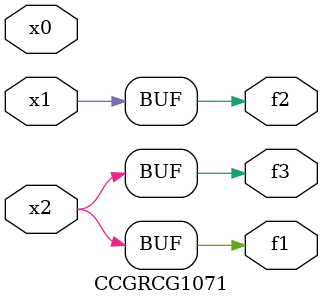
<source format=v>
module CCGRCG1071(
	input x0, x1, x2,
	output f1, f2, f3
);
	assign f1 = x2;
	assign f2 = x1;
	assign f3 = x2;
endmodule

</source>
